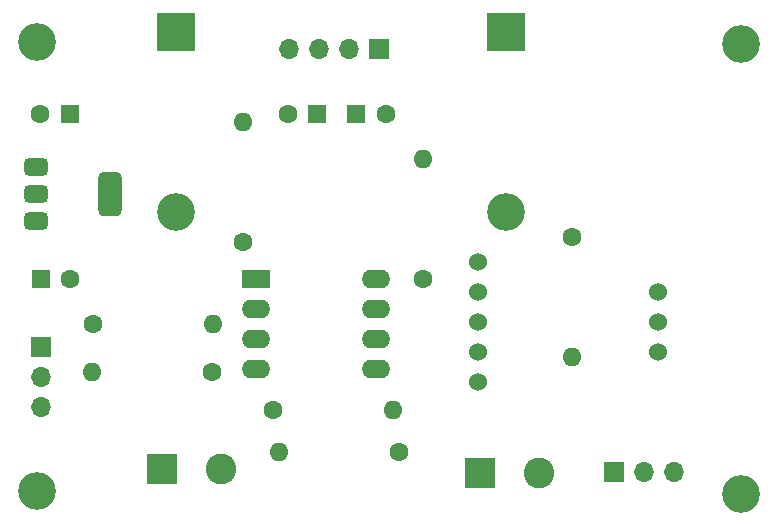
<source format=gbr>
%TF.GenerationSoftware,KiCad,Pcbnew,8.0.1*%
%TF.CreationDate,2024-09-12T19:59:52-03:00*%
%TF.ProjectId,monitor_solar_v2,6d6f6e69-746f-4725-9f73-6f6c61725f76,rev?*%
%TF.SameCoordinates,PX602d950PY4d2bdc0*%
%TF.FileFunction,Soldermask,Top*%
%TF.FilePolarity,Negative*%
%FSLAX46Y46*%
G04 Gerber Fmt 4.6, Leading zero omitted, Abs format (unit mm)*
G04 Created by KiCad (PCBNEW 8.0.1) date 2024-09-12 19:59:52*
%MOMM*%
%LPD*%
G01*
G04 APERTURE LIST*
G04 Aperture macros list*
%AMRoundRect*
0 Rectangle with rounded corners*
0 $1 Rounding radius*
0 $2 $3 $4 $5 $6 $7 $8 $9 X,Y pos of 4 corners*
0 Add a 4 corners polygon primitive as box body*
4,1,4,$2,$3,$4,$5,$6,$7,$8,$9,$2,$3,0*
0 Add four circle primitives for the rounded corners*
1,1,$1+$1,$2,$3*
1,1,$1+$1,$4,$5*
1,1,$1+$1,$6,$7*
1,1,$1+$1,$8,$9*
0 Add four rect primitives between the rounded corners*
20,1,$1+$1,$2,$3,$4,$5,0*
20,1,$1+$1,$4,$5,$6,$7,0*
20,1,$1+$1,$6,$7,$8,$9,0*
20,1,$1+$1,$8,$9,$2,$3,0*%
G04 Aperture macros list end*
%ADD10R,2.600000X2.600000*%
%ADD11C,2.600000*%
%ADD12C,1.600000*%
%ADD13O,1.600000X1.600000*%
%ADD14R,1.600000X1.600000*%
%ADD15R,1.700000X1.700000*%
%ADD16O,1.700000X1.700000*%
%ADD17C,1.524000*%
%ADD18R,3.200000X3.200000*%
%ADD19O,3.200000X3.200000*%
%ADD20RoundRect,0.375000X-0.625000X-0.375000X0.625000X-0.375000X0.625000X0.375000X-0.625000X0.375000X0*%
%ADD21RoundRect,0.500000X-0.500000X-1.400000X0.500000X-1.400000X0.500000X1.400000X-0.500000X1.400000X0*%
%ADD22C,3.200000*%
%ADD23R,2.400000X1.600000*%
%ADD24O,2.400000X1.600000*%
G04 APERTURE END LIST*
D10*
%TO.C,J3*%
X41125000Y5420000D03*
D11*
X46125000Y5420000D03*
%TD*%
D12*
%TO.C,R1*%
X8370000Y18055000D03*
D13*
X18530000Y18055000D03*
%TD*%
D14*
%TO.C,C4*%
X3925000Y21865000D03*
D12*
X6425000Y21865000D03*
%TD*%
D15*
%TO.C,J5*%
X52505000Y5560000D03*
D16*
X55045000Y5560000D03*
X57585000Y5560000D03*
%TD*%
D12*
%TO.C,R3*%
X36310000Y21865000D03*
D13*
X36310000Y32025000D03*
%TD*%
D15*
%TO.C,J4*%
X32570000Y41320000D03*
D16*
X30030000Y41320000D03*
X27490000Y41320000D03*
X24950000Y41320000D03*
%TD*%
D14*
%TO.C,C5*%
X6400113Y35835000D03*
D12*
X3900113Y35835000D03*
%TD*%
%TO.C,R4*%
X21070000Y25040000D03*
D13*
X21070000Y35200000D03*
%TD*%
D17*
%TO.C,U1*%
X56205000Y20740000D03*
X56205000Y18200000D03*
X56205000Y15660000D03*
X40965000Y23280000D03*
X40965000Y20740000D03*
X40965000Y18200000D03*
X40965000Y15660000D03*
X40965000Y13120000D03*
%TD*%
D18*
%TO.C,D2*%
X15355000Y42820000D03*
D19*
X15355000Y27580000D03*
%TD*%
D18*
%TO.C,D1*%
X43295000Y42820000D03*
D19*
X43295000Y27580000D03*
%TD*%
D12*
%TO.C,R11*%
X34278000Y7260000D03*
D13*
X24118000Y7260000D03*
%TD*%
D15*
%TO.C,J2*%
X3925000Y16150000D03*
D16*
X3925000Y13610000D03*
X3925000Y11070000D03*
%TD*%
D20*
%TO.C,U2*%
X3520000Y31360000D03*
X3520000Y29060000D03*
D21*
X9820000Y29060000D03*
D20*
X3520000Y26760000D03*
%TD*%
D22*
%TO.C,H2*%
X63234000Y41804000D03*
%TD*%
D12*
%TO.C,R9*%
X48935000Y25450000D03*
D13*
X48935000Y15290000D03*
%TD*%
D14*
%TO.C,C1*%
X30659888Y35835000D03*
D12*
X33159888Y35835000D03*
%TD*%
D22*
%TO.C,H1*%
X3650000Y41920000D03*
%TD*%
D23*
%TO.C,U4*%
X22130000Y21880000D03*
D24*
X22130000Y19340000D03*
X22130000Y16800000D03*
X22130000Y14260000D03*
X32290000Y14260000D03*
X32290000Y16800000D03*
X32290000Y19340000D03*
X32290000Y21880000D03*
%TD*%
D22*
%TO.C,H3*%
X3650000Y3920000D03*
%TD*%
D12*
%TO.C,R2*%
X18430000Y13980000D03*
D13*
X8270000Y13980000D03*
%TD*%
D14*
%TO.C,C2*%
X27355113Y35835000D03*
D12*
X24855113Y35835000D03*
%TD*%
%TO.C,R10*%
X23610000Y10816000D03*
D13*
X33770000Y10816000D03*
%TD*%
D10*
%TO.C,J1*%
X14225000Y5755000D03*
D11*
X19225000Y5755000D03*
%TD*%
D22*
%TO.C,H4*%
X63234000Y3704000D03*
%TD*%
M02*

</source>
